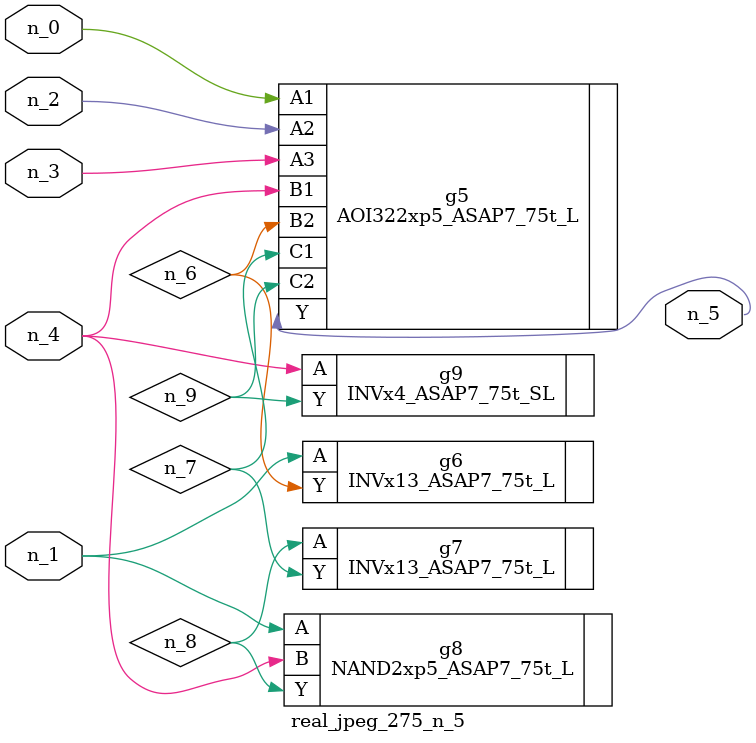
<source format=v>
module real_jpeg_275_n_5 (n_4, n_0, n_1, n_2, n_3, n_5);

input n_4;
input n_0;
input n_1;
input n_2;
input n_3;

output n_5;

wire n_8;
wire n_6;
wire n_7;
wire n_9;

AOI322xp5_ASAP7_75t_L g5 ( 
.A1(n_0),
.A2(n_2),
.A3(n_3),
.B1(n_4),
.B2(n_6),
.C1(n_7),
.C2(n_9),
.Y(n_5)
);

INVx13_ASAP7_75t_L g6 ( 
.A(n_1),
.Y(n_6)
);

NAND2xp5_ASAP7_75t_L g8 ( 
.A(n_1),
.B(n_4),
.Y(n_8)
);

INVx4_ASAP7_75t_SL g9 ( 
.A(n_4),
.Y(n_9)
);

INVx13_ASAP7_75t_L g7 ( 
.A(n_8),
.Y(n_7)
);


endmodule
</source>
